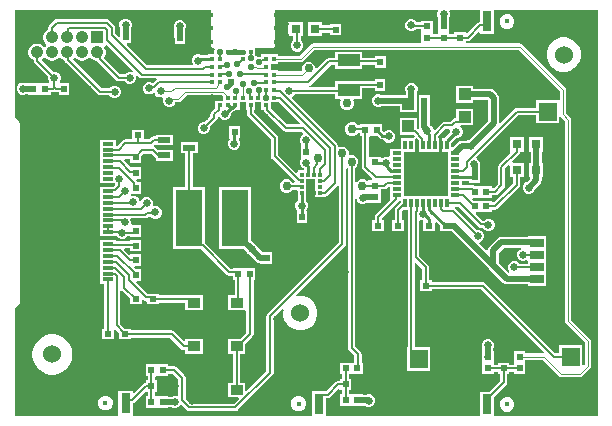
<source format=gtl>
G04*
G04 #@! TF.GenerationSoftware,Altium Limited,Altium Designer,24.3.1 (35)*
G04*
G04 Layer_Physical_Order=1*
G04 Layer_Color=6711008*
%FSLAX44Y44*%
%MOMM*%
G71*
G04*
G04 #@! TF.SameCoordinates,31FC7E56-FDD3-428C-A461-55F7AD2C4BF1*
G04*
G04*
G04 #@! TF.FilePolarity,Positive*
G04*
G01*
G75*
%ADD10C,0.2000*%
%ADD16C,0.2032*%
%ADD17C,0.1200*%
%ADD20R,0.8000X1.7000*%
%ADD21R,0.4000X0.4000*%
%ADD22R,0.5000X0.5000*%
%ADD23R,1.9000X1.1000*%
%ADD24R,0.8000X0.8000*%
%ADD25R,3.6000X3.6000*%
%ADD26R,0.3000X0.8000*%
%ADD27R,0.8000X0.3000*%
%ADD28R,1.0500X0.8500*%
%ADD29R,0.9000X0.3000*%
%ADD30R,1.8000X1.1000*%
%ADD31R,0.3000X0.3500*%
%ADD32R,0.3500X0.3000*%
%ADD33R,2.3000X4.8500*%
%ADD34R,1.0160X1.0160*%
%ADD35R,1.0500X0.5000*%
%ADD36R,1.2000X0.8000*%
%ADD37R,1.2000X0.7600*%
%ADD38R,1.2000X0.7000*%
%ADD66R,0.6000X0.5000*%
%ADD67R,0.5000X0.6000*%
%ADD68C,0.5080*%
%ADD69C,0.2540*%
%ADD70C,0.4000*%
%ADD71C,0.4826*%
%ADD72C,0.1200*%
%ADD73C,1.5750*%
%ADD74R,1.5750X1.5750*%
%ADD75C,0.4250*%
%ADD76C,1.5240*%
%ADD77R,1.0700X1.0700*%
%ADD78C,1.0700*%
%ADD79R,1.5750X1.5750*%
%ADD80C,2.0100*%
%ADD81C,0.6500*%
%ADD82C,0.5500*%
%ADD83C,0.7500*%
G36*
X397000Y336570D02*
X396001Y336371D01*
X395009Y335709D01*
X395009Y335708D01*
X386270Y326970D01*
X385000Y327496D01*
Y327750D01*
X375000D01*
Y326309D01*
X371250D01*
Y327750D01*
X371250Y327750D01*
Y328750D01*
X371250D01*
X371250Y329020D01*
Y337750D01*
X370896D01*
Y340378D01*
X371534Y341919D01*
Y344007D01*
X370845Y345671D01*
X371390Y346941D01*
X397000D01*
Y336570D01*
D02*
G37*
G36*
X496941Y3059D02*
X409000D01*
Y18992D01*
X419231Y29223D01*
X419894Y30216D01*
X420127Y31386D01*
X420127Y31386D01*
Y38698D01*
X422068D01*
Y40135D01*
X425569D01*
Y38688D01*
X435569D01*
Y47688D01*
X435569D01*
Y48689D01*
X435569D01*
Y50538D01*
X450454D01*
X464159Y36832D01*
X464159Y36832D01*
X465019Y36258D01*
X466034Y36056D01*
X466034Y36056D01*
X481899D01*
X481899Y36056D01*
X482914Y36258D01*
X483774Y36832D01*
X490221Y43280D01*
X490796Y44140D01*
X490998Y45155D01*
Y66448D01*
X490796Y67462D01*
X490221Y68322D01*
X490221Y68322D01*
X474163Y84381D01*
Y253904D01*
X474163Y253904D01*
X473961Y254919D01*
X473386Y255779D01*
X473386Y255779D01*
X469828Y259337D01*
Y279205D01*
X469627Y280220D01*
X469052Y281080D01*
X469052Y281080D01*
X432556Y317576D01*
X431696Y318151D01*
X430681Y318353D01*
X430681Y318353D01*
X386105D01*
X385000Y318750D01*
Y320191D01*
X386876D01*
X386876Y320191D01*
X388046Y320424D01*
X389039Y321087D01*
X395827Y327875D01*
X397000Y327389D01*
Y326500D01*
X409000D01*
Y346941D01*
X496941D01*
Y3059D01*
D02*
G37*
G36*
X361724Y345671D02*
X361034Y344007D01*
Y341919D01*
X361638Y340461D01*
Y337750D01*
X361250D01*
Y329020D01*
X361250Y328750D01*
X361250D01*
Y327750D01*
X361250D01*
Y326309D01*
X358398D01*
X357586Y327121D01*
X357500Y327579D01*
Y328750D01*
X357500Y329020D01*
Y337750D01*
X347500D01*
Y336578D01*
X343356D01*
X343279Y336763D01*
X341802Y338240D01*
X339873Y339039D01*
X337784D01*
X335855Y338240D01*
X334378Y336763D01*
X333579Y334834D01*
Y332745D01*
X334378Y330815D01*
X335855Y329338D01*
X337784Y328539D01*
X339873D01*
X341802Y329338D01*
X342925Y330461D01*
X347500D01*
Y329020D01*
X347500Y328750D01*
Y327750D01*
X347500Y327480D01*
Y318750D01*
X346395Y318353D01*
X255845D01*
X255844Y318353D01*
X254830Y318151D01*
X253970Y317576D01*
X244045Y307651D01*
X226500D01*
Y309000D01*
X220000D01*
Y309000D01*
X212000D01*
Y308089D01*
X211086Y307093D01*
X209197D01*
X208861Y306953D01*
X207401Y307723D01*
X207000Y308690D01*
Y314706D01*
X221500D01*
X222281Y314861D01*
X222942Y315303D01*
X223384Y315965D01*
X223539Y316745D01*
Y346750D01*
X223696Y346941D01*
X361179D01*
X361724Y345671D01*
D02*
G37*
G36*
X169461Y346750D02*
Y316745D01*
X169616Y315965D01*
X170058Y315303D01*
X170720Y314861D01*
X171500Y314706D01*
X172312D01*
X172861Y313436D01*
X172250Y311962D01*
Y310072D01*
X172257Y310056D01*
X171551Y309000D01*
X166500D01*
Y308334D01*
X161087D01*
X159397Y309034D01*
X157309D01*
X155379Y308235D01*
X153902Y306758D01*
X153103Y304828D01*
Y302740D01*
X153728Y301232D01*
X153092Y299961D01*
X115173D01*
X97835Y317299D01*
X98321Y318472D01*
X101579D01*
Y322824D01*
X101707Y323472D01*
Y323892D01*
X101611Y324380D01*
Y331412D01*
X102250Y332956D01*
Y335044D01*
X101451Y336974D01*
X99974Y338451D01*
X98044Y339250D01*
X95956D01*
X94026Y338451D01*
X92549Y336974D01*
X91750Y335044D01*
Y332956D01*
X92353Y331501D01*
Y324578D01*
X91083Y324052D01*
X88187Y326947D01*
Y331722D01*
X88187Y331722D01*
X87955Y332892D01*
X87291Y333885D01*
X87291Y333885D01*
X83191Y337985D01*
X82198Y338648D01*
X81028Y338881D01*
X81028Y338881D01*
X38792D01*
X37622Y338648D01*
X36630Y337985D01*
X36630Y337985D01*
X32516Y333871D01*
X31853Y332879D01*
X31620Y331708D01*
X31620Y331708D01*
Y330193D01*
X30166Y329354D01*
X28797Y327985D01*
X27829Y326309D01*
X27329Y324440D01*
Y322505D01*
X27829Y320635D01*
X28797Y318959D01*
X29830Y317927D01*
X30042Y317122D01*
X29830Y316318D01*
X29133Y315621D01*
X28328Y315409D01*
X27524Y315621D01*
X26491Y316654D01*
X24815Y317621D01*
X22946Y318122D01*
X21011D01*
X19141Y317621D01*
X17465Y316654D01*
X16097Y315285D01*
X15129Y313609D01*
X14628Y311740D01*
Y309805D01*
X15129Y307935D01*
X16097Y306259D01*
X17465Y304891D01*
X19141Y303923D01*
X19347Y303868D01*
Y303594D01*
X19347Y303594D01*
X19580Y302423D01*
X20243Y301431D01*
X31500Y290174D01*
Y288206D01*
X32299Y286276D01*
X32305Y286270D01*
X31779Y285000D01*
X24770D01*
X24500Y285000D01*
X23500D01*
X23230Y285000D01*
X14500D01*
Y284629D01*
X12544D01*
X11044Y285250D01*
X8956D01*
X7026Y284451D01*
X5549Y282974D01*
X4750Y281044D01*
Y278956D01*
X5549Y277026D01*
X7026Y275549D01*
X8956Y274750D01*
X11044D01*
X12544Y275371D01*
X14500D01*
Y275000D01*
X23230D01*
X23500Y275000D01*
X24500D01*
X24770Y275000D01*
X33500D01*
Y276941D01*
X35578D01*
X35578Y276941D01*
X36749Y277174D01*
X36750Y277175D01*
X36751Y277174D01*
X37922Y276941D01*
X37922Y276941D01*
X40500D01*
Y275000D01*
X49500D01*
Y285000D01*
X41721D01*
X41195Y286270D01*
X41201Y286276D01*
X42000Y288206D01*
Y290294D01*
X41201Y292224D01*
X39724Y293701D01*
X37794Y294500D01*
X35826D01*
X26369Y303957D01*
X26492Y304891D01*
X27524Y305924D01*
X28328Y306136D01*
X29133Y305924D01*
X30166Y304891D01*
X31841Y303923D01*
X33711Y303422D01*
X35646D01*
X37515Y303923D01*
X39192Y304891D01*
X40224Y305924D01*
X41028Y306136D01*
X41833Y305924D01*
X42866Y304891D01*
X44542Y303923D01*
X45702Y303612D01*
X45813Y303054D01*
X46476Y302062D01*
X73270Y275268D01*
X74263Y274604D01*
X75433Y274372D01*
X75433Y274372D01*
X83403D01*
X84795Y272980D01*
X86724Y272180D01*
X88813D01*
X90742Y272980D01*
X92219Y274457D01*
X93019Y276386D01*
Y278475D01*
X92219Y280404D01*
X90742Y281881D01*
X88813Y282680D01*
X86724D01*
X84795Y281881D01*
X83403Y280489D01*
X76700D01*
X52375Y304814D01*
X53033Y305952D01*
X53728Y306136D01*
X54533Y305924D01*
X55566Y304891D01*
X57242Y303923D01*
X59111Y303422D01*
X61046D01*
X62916Y303923D01*
X64591Y304891D01*
X65624Y305924D01*
X66428Y306136D01*
X67233Y305924D01*
X68266Y304891D01*
X69942Y303923D01*
X71811Y303422D01*
X72749D01*
X72944Y303130D01*
X88939Y287136D01*
X89931Y286473D01*
X91101Y286240D01*
X91102Y286240D01*
X96381D01*
X97773Y284848D01*
X99702Y284049D01*
X101791D01*
X103721Y284848D01*
X105197Y286325D01*
X105997Y288254D01*
Y290343D01*
X105772Y290887D01*
X106848Y291606D01*
X108617Y289837D01*
X108617Y289837D01*
X109609Y289174D01*
X110780Y288941D01*
X110780Y288941D01*
X122840D01*
X123225Y287671D01*
X123213Y287663D01*
X120174Y284624D01*
X119962Y284835D01*
X118032Y285635D01*
X115943D01*
X114014Y284835D01*
X112537Y283359D01*
X111738Y281429D01*
Y279340D01*
X112537Y277411D01*
X114014Y275934D01*
X115943Y275135D01*
X118032D01*
X119962Y275934D01*
X120346Y276319D01*
X121845Y276021D01*
X122312Y274893D01*
X123789Y273416D01*
X125718Y272617D01*
X127807D01*
X128141Y272755D01*
X129113Y271783D01*
X128807Y271046D01*
Y268958D01*
X129607Y267028D01*
X131083Y265551D01*
X133013Y264752D01*
X135102D01*
X137031Y265551D01*
X138508Y267028D01*
X139062Y268365D01*
X141056D01*
X141056Y268365D01*
X142071Y268567D01*
X142931Y269141D01*
X148707Y274918D01*
X178511D01*
X179449Y273979D01*
Y273900D01*
X179449Y273900D01*
X179500Y273644D01*
Y270000D01*
X173000D01*
Y265296D01*
X172941Y265000D01*
X172941Y265000D01*
Y263676D01*
X169637Y260372D01*
X168974Y259379D01*
X168741Y258209D01*
X168741Y258209D01*
Y256551D01*
X164149Y251959D01*
X162180D01*
X160251Y251160D01*
X158774Y249683D01*
X157975Y247753D01*
Y245665D01*
X158774Y243735D01*
X160251Y242258D01*
X162180Y241459D01*
X164269D01*
X166199Y242258D01*
X167675Y243735D01*
X168475Y245665D01*
Y247633D01*
X173962Y253121D01*
X173962Y253121D01*
X174626Y254113D01*
X174858Y255284D01*
X174858Y255284D01*
Y255913D01*
X175127Y256124D01*
X176658Y255726D01*
X176664Y255711D01*
X178141Y254234D01*
X180070Y253435D01*
X182159D01*
X184088Y254234D01*
X185565Y255711D01*
X186365Y257641D01*
Y259173D01*
X187931Y260740D01*
X188443Y260842D01*
X189524Y261565D01*
X189960Y262000D01*
X194000D01*
Y268500D01*
X199000D01*
Y262000D01*
X199941D01*
Y258715D01*
X199941Y258714D01*
X200174Y257544D01*
X200837Y256551D01*
X220313Y237076D01*
Y222702D01*
X220313Y222702D01*
X220546Y221532D01*
X221209Y220539D01*
X240239Y201509D01*
X239753Y200336D01*
X238369D01*
X238171Y200814D01*
X236553Y202432D01*
X234440Y203307D01*
X232153D01*
X230039Y202432D01*
X228422Y200814D01*
X227546Y198701D01*
Y196414D01*
X228422Y194300D01*
X230039Y192683D01*
X232153Y191807D01*
X234440D01*
X236553Y192683D01*
X238089Y194218D01*
X242320D01*
Y193496D01*
X242820D01*
Y187996D01*
X242873D01*
Y185157D01*
X241662Y183946D01*
X240863Y182016D01*
Y179927D01*
X241662Y177998D01*
X242055Y177604D01*
X241805Y176334D01*
X241805D01*
Y166334D01*
X250805D01*
Y176334D01*
X250696D01*
X250170Y177604D01*
X250564Y177998D01*
X251363Y179927D01*
Y182016D01*
X250564Y183946D01*
X249541Y184968D01*
Y187996D01*
X249820D01*
Y193496D01*
Y203496D01*
X257820D01*
Y198496D01*
Y187996D01*
X264820D01*
Y187996D01*
X265821Y188687D01*
X266991Y188920D01*
X267983Y189583D01*
X276135Y197735D01*
X277081Y197480D01*
X277405Y197252D01*
Y149862D01*
X217087Y89545D01*
X216424Y88552D01*
X216191Y87382D01*
X216191Y87381D01*
Y40774D01*
X199423Y24007D01*
X198250Y24492D01*
Y31250D01*
X194059D01*
Y55750D01*
X198250D01*
Y63924D01*
X204488Y70162D01*
X204488Y70162D01*
X205151Y71155D01*
X205384Y72325D01*
X205384Y72325D01*
Y117929D01*
X206825D01*
Y127929D01*
X198095D01*
X197825Y127929D01*
X196825D01*
X196555Y127929D01*
X187825D01*
Y127785D01*
X186229D01*
X164500Y149515D01*
Y197000D01*
X153839D01*
Y225613D01*
X158030D01*
Y234613D01*
X143530D01*
Y225613D01*
X147721D01*
Y197000D01*
X137500D01*
Y144500D01*
X160863D01*
X182799Y122564D01*
X183792Y121901D01*
X184962Y121668D01*
X187825D01*
Y117929D01*
X189266D01*
Y105250D01*
X183750D01*
Y92750D01*
X197996D01*
X198250Y92750D01*
X199266Y92138D01*
Y73592D01*
X193924Y68250D01*
X183750D01*
Y55750D01*
X187941D01*
Y31250D01*
X183750D01*
Y18750D01*
X192507D01*
X192994Y17577D01*
X188658Y13241D01*
X152123D01*
X147780Y17585D01*
Y35340D01*
X147780Y35340D01*
X147547Y36511D01*
X146884Y37503D01*
X140347Y44040D01*
X139355Y44703D01*
X138184Y44935D01*
X138184Y44935D01*
X133311D01*
Y46877D01*
X124581D01*
X124311Y46877D01*
X123311D01*
X123041Y46877D01*
X114311D01*
Y36877D01*
X115752D01*
Y33377D01*
X114311D01*
Y31421D01*
X113215Y31203D01*
X112223Y30540D01*
X104173Y22490D01*
X103000Y22976D01*
Y24500D01*
X91000D01*
Y4329D01*
X91000Y3500D01*
X89913Y3059D01*
X3059D01*
Y93733D01*
X7163Y97837D01*
X7826Y98829D01*
X8059Y100000D01*
X8059Y100000D01*
Y250000D01*
X8059Y250000D01*
X7826Y251170D01*
X7163Y252163D01*
X7163Y252163D01*
X3059Y256267D01*
Y346941D01*
X169304D01*
X169461Y346750D01*
D02*
G37*
G36*
X464527Y278107D02*
Y271514D01*
X464201Y270379D01*
X444451D01*
Y263563D01*
X428372D01*
X428372Y263563D01*
X427202Y263330D01*
X426209Y262667D01*
X426209Y262667D01*
X414429Y250886D01*
X413227Y251481D01*
Y272293D01*
X412875Y274064D01*
X411871Y275566D01*
X411871Y275566D01*
X408895Y278542D01*
X407394Y279545D01*
X405622Y279897D01*
X405622Y279897D01*
X399509D01*
X399213Y279956D01*
X399213Y279956D01*
X391184D01*
Y282407D01*
X377024D01*
Y268247D01*
X391184D01*
Y270698D01*
X398976D01*
X399272Y270639D01*
X399272Y270640D01*
X403705D01*
X403969Y270375D01*
Y252968D01*
X387823Y236822D01*
X386324Y236201D01*
X386231Y236108D01*
X381647D01*
X381646Y236108D01*
X379875Y235756D01*
X378373Y234752D01*
X378373Y234752D01*
X374297Y230676D01*
X374028Y230623D01*
X373569Y230316D01*
X372299Y230995D01*
Y232214D01*
X372363Y232536D01*
Y234088D01*
X376540Y238265D01*
X378120D01*
X380049Y239065D01*
X381526Y240542D01*
X382325Y242471D01*
Y244560D01*
X381526Y246489D01*
X380313Y247703D01*
X380314Y247932D01*
X380572Y248829D01*
X380676Y248999D01*
X391184D01*
Y263159D01*
X377024D01*
Y255058D01*
X376024D01*
X374854Y254825D01*
X373862Y254162D01*
X373862Y254162D01*
X371712Y252012D01*
X366851D01*
X366851Y252013D01*
X365680Y251780D01*
X364688Y251117D01*
X358972Y245401D01*
X357623Y245848D01*
X357000Y247353D01*
X355523Y248830D01*
X354679Y249179D01*
X354589Y249269D01*
Y256670D01*
X354590Y256671D01*
X354572Y256756D01*
Y269627D01*
X354572Y269627D01*
X354426Y270361D01*
Y274644D01*
X345426D01*
Y270292D01*
X345298Y269644D01*
X345314Y269558D01*
Y256688D01*
X345314Y256688D01*
X345331Y256602D01*
Y247352D01*
X345331Y247352D01*
X345509Y246460D01*
X344338Y245835D01*
X343834Y246339D01*
X343396Y246632D01*
Y255337D01*
X329236D01*
Y241177D01*
X340101D01*
X340396Y241118D01*
X340404D01*
X341946Y239576D01*
X341420Y238306D01*
X330299D01*
Y228806D01*
X320799D01*
Y222698D01*
X319529Y221850D01*
X318629Y222223D01*
X316540D01*
X314610Y221423D01*
X314270Y221083D01*
X313000Y221455D01*
Y222500D01*
X303098D01*
Y239502D01*
X303910Y240314D01*
X304368Y240400D01*
X305539D01*
X305809Y240400D01*
X309824D01*
X312182Y238041D01*
X313264Y237318D01*
X314540Y237065D01*
X315281D01*
X315446Y236667D01*
X316923Y235190D01*
X318853Y234391D01*
X320941D01*
X322871Y235190D01*
X324347Y236667D01*
X325147Y238597D01*
Y240685D01*
X324347Y242615D01*
X322871Y244092D01*
X320941Y244891D01*
X318853D01*
X316923Y244092D01*
X316564Y243733D01*
X315921D01*
X314539Y245115D01*
Y250400D01*
X305809D01*
X305539Y250400D01*
X304539D01*
X304269Y250400D01*
X295539D01*
Y249010D01*
X293880D01*
X293797Y249209D01*
X292180Y250826D01*
X290067Y251701D01*
X287779D01*
X285666Y250826D01*
X284048Y249209D01*
X283173Y247095D01*
Y244808D01*
X284048Y242694D01*
X285666Y241077D01*
X287779Y240201D01*
X290067D01*
X292180Y241077D01*
X293797Y242694D01*
X293880Y242893D01*
X295539D01*
Y240400D01*
X296980D01*
Y214091D01*
X296980Y214091D01*
X297213Y212921D01*
X297876Y211929D01*
X306035Y203770D01*
X305508Y202500D01*
X303000D01*
Y202334D01*
X301730Y201808D01*
X300786Y202752D01*
X298673Y203627D01*
X296385D01*
X294272Y202752D01*
X292669Y201149D01*
X292583Y201151D01*
X291399Y201423D01*
Y213147D01*
X291598Y213229D01*
X293215Y214846D01*
X294091Y216960D01*
Y219247D01*
X293215Y221360D01*
X291598Y222978D01*
X289484Y223853D01*
X287387D01*
X287145Y223905D01*
X286213Y224821D01*
Y226390D01*
X285338Y228503D01*
X283721Y230121D01*
X281607Y230996D01*
X279320D01*
X278328Y230585D01*
X277591Y231078D01*
X277242Y231510D01*
X277040Y232526D01*
X276376Y233518D01*
X276376Y233518D01*
X237834Y272061D01*
X238081Y273307D01*
X238672Y273551D01*
X240149Y275028D01*
X240248Y275266D01*
X274500D01*
Y271500D01*
X278557D01*
X279354Y270230D01*
X278767Y268812D01*
Y266525D01*
X279643Y264412D01*
X281260Y262794D01*
X283374Y261919D01*
X285661D01*
X287774Y262794D01*
X289392Y264412D01*
X290267Y266525D01*
Y268812D01*
X289680Y270230D01*
X290477Y271500D01*
X297500D01*
Y280415D01*
X307803D01*
Y278474D01*
X316803D01*
Y288474D01*
X307803D01*
Y286533D01*
X291459D01*
X291459Y286533D01*
X291293Y286500D01*
X274500D01*
Y281384D01*
X252783D01*
X252658Y282654D01*
X252760Y282674D01*
X253752Y283337D01*
X270606Y300190D01*
X274500D01*
Y296500D01*
X297500D01*
Y300056D01*
X308151D01*
Y297872D01*
X317151D01*
Y307872D01*
X308151D01*
Y306173D01*
X297500D01*
Y311500D01*
X274500D01*
Y306308D01*
X269339D01*
X268168Y306075D01*
X267176Y305412D01*
X267176Y305412D01*
X258999Y297235D01*
X257729Y297761D01*
Y298324D01*
X256853Y300438D01*
X255236Y302055D01*
X253122Y302931D01*
X250835D01*
X248722Y302055D01*
X247104Y300438D01*
X246229Y298324D01*
Y296037D01*
X246396Y295633D01*
X245600Y294651D01*
X226500D01*
Y296000D01*
X220000D01*
Y301000D01*
X226500D01*
Y302349D01*
X245143D01*
X245143Y302349D01*
X246157Y302551D01*
X247017Y303125D01*
X256943Y313051D01*
X429583D01*
X464527Y278107D01*
D02*
G37*
G36*
X103054Y295400D02*
X102335Y294324D01*
X101791Y294549D01*
X99702D01*
X97773Y293749D01*
X96381Y292358D01*
X92368D01*
X78563Y306163D01*
X78660Y306259D01*
X79628Y307935D01*
X80128Y309805D01*
Y311740D01*
X79628Y313609D01*
X78910Y314852D01*
X79497Y316122D01*
X80128D01*
Y316666D01*
X81302Y317152D01*
X103054Y295400D01*
D02*
G37*
G36*
X226500Y268500D02*
Y268500D01*
X227576Y268010D01*
X244630Y250957D01*
X244144Y249783D01*
X233871D01*
X220059Y263596D01*
Y265000D01*
X220059Y265000D01*
X220000Y265296D01*
Y268500D01*
X226500D01*
X226500Y268500D01*
D02*
G37*
G36*
X371941Y244839D02*
X371825Y244560D01*
Y242981D01*
X367151Y238306D01*
X365299D01*
Y226306D01*
X369799D01*
Y221806D01*
Y211806D01*
Y201806D01*
Y189306D01*
X332799D01*
Y196806D01*
Y206806D01*
Y216806D01*
Y226306D01*
X342299D01*
Y237427D01*
X343569Y237953D01*
X345240Y236282D01*
Y232806D01*
X345240Y232806D01*
X345299Y232510D01*
Y226306D01*
X362299D01*
Y238306D01*
X361858D01*
Y239635D01*
X368117Y245895D01*
X371235D01*
X371941Y244839D01*
D02*
G37*
G36*
X212000Y262000D02*
X214007D01*
X214174Y261158D01*
X214837Y260166D01*
X230441Y244562D01*
X230441Y244562D01*
X231434Y243899D01*
X232604Y243666D01*
X246264D01*
X247532Y242398D01*
X247284Y241152D01*
X246693Y240907D01*
X245216Y239431D01*
X244417Y237501D01*
Y235412D01*
X245216Y233483D01*
X245973Y232726D01*
X245480Y231456D01*
X245143D01*
Y221456D01*
X245143Y221456D01*
X245399Y220186D01*
X244687Y218468D01*
Y216380D01*
X245486Y214450D01*
X246963Y212973D01*
X247986Y212550D01*
Y210996D01*
X242820D01*
Y209239D01*
X241647Y208753D01*
X226431Y223969D01*
Y238343D01*
X226198Y239513D01*
X225535Y240506D01*
X225535Y240506D01*
X206059Y259981D01*
Y262000D01*
X207000D01*
Y268500D01*
X212000D01*
Y262000D01*
D02*
G37*
G36*
X320799Y197150D02*
Y186806D01*
X320799D01*
X321113Y186048D01*
X308837Y173772D01*
X308174Y172779D01*
X307941Y171609D01*
X307941Y171609D01*
Y168500D01*
X306000D01*
Y159500D01*
X316000D01*
Y168500D01*
X314059D01*
Y170342D01*
X328531Y184815D01*
X329029Y185559D01*
X330299Y185346D01*
Y184132D01*
X325837Y179670D01*
X325174Y178677D01*
X324941Y177507D01*
X324941Y177507D01*
Y168500D01*
X323000D01*
Y159500D01*
X333000D01*
Y168500D01*
X331059D01*
Y176240D01*
X332125Y177306D01*
X335740D01*
Y61039D01*
X335388D01*
Y41289D01*
X355138D01*
Y61039D01*
X341858D01*
Y132096D01*
X343031Y132582D01*
X348038Y127575D01*
Y117671D01*
X346097D01*
Y108671D01*
X356097D01*
Y110113D01*
X397987D01*
X450990Y57109D01*
X450464Y55839D01*
X435569D01*
Y57688D01*
X425569D01*
Y48689D01*
X425569D01*
Y47688D01*
X425569D01*
Y46252D01*
X422068D01*
Y47698D01*
X412068D01*
Y46257D01*
X409467D01*
X408655Y47069D01*
X408568Y47527D01*
Y48698D01*
X408568Y48968D01*
Y57698D01*
X408198D01*
Y59813D01*
X408943Y61614D01*
Y63703D01*
X408144Y65632D01*
X406667Y67109D01*
X404738Y67908D01*
X402649D01*
X400720Y67109D01*
X399243Y65632D01*
X398443Y63703D01*
Y61614D01*
X398940Y60416D01*
Y57698D01*
X398568D01*
Y48968D01*
X398568Y48698D01*
Y47698D01*
X398568Y47428D01*
Y38698D01*
X408568D01*
Y40139D01*
X412068D01*
Y38698D01*
X414010D01*
Y32653D01*
X404674Y23318D01*
X397000D01*
Y3059D01*
X266589D01*
Y17865D01*
X268299D01*
X268299Y17865D01*
X269470Y18097D01*
X270462Y18760D01*
X277481Y25779D01*
X278751Y25253D01*
Y24665D01*
X280192D01*
Y21165D01*
X278751D01*
Y11165D01*
X287481D01*
X287751Y11165D01*
X288751D01*
X289021Y11165D01*
X297751D01*
Y11536D01*
X299865D01*
X301667Y10790D01*
X303755D01*
X305685Y11589D01*
X307162Y13066D01*
X307961Y14995D01*
Y17084D01*
X307162Y19014D01*
X305685Y20490D01*
X303755Y21290D01*
X301667D01*
X300469Y20794D01*
X297751D01*
Y21165D01*
X289021D01*
X288751Y21165D01*
X287751D01*
X287580Y21165D01*
X286310Y21403D01*
Y24665D01*
X287751D01*
Y34665D01*
X286310D01*
Y38165D01*
X287751D01*
Y38165D01*
X288751D01*
Y38165D01*
X297751D01*
Y48165D01*
X296926D01*
Y55131D01*
X296694Y56302D01*
X296031Y57294D01*
X291399Y61925D01*
Y186265D01*
X292669Y186518D01*
X293323Y184939D01*
X294800Y183462D01*
X296730Y182663D01*
X298818D01*
X300736Y183457D01*
X307527D01*
X307743Y183500D01*
X313000D01*
Y192500D01*
X313000D01*
Y193500D01*
X313000D01*
Y194941D01*
X315996D01*
X315996Y194941D01*
X317167Y195174D01*
X318159Y195837D01*
X319529Y197207D01*
X320799Y197150D01*
D02*
G37*
G36*
X422174Y214576D02*
Y205268D01*
X425116D01*
Y200054D01*
X408773Y183711D01*
X407049D01*
Y185306D01*
X398319D01*
X398049Y185306D01*
X397049D01*
X396779Y185306D01*
X391898D01*
X390571Y186633D01*
X391057Y187806D01*
X396779D01*
X397049Y187806D01*
X398049D01*
X398319Y187806D01*
X407049D01*
Y189747D01*
X409916D01*
X409917Y189747D01*
X411087Y189980D01*
X412080Y190643D01*
X417354Y195917D01*
X417354Y195917D01*
X418017Y196909D01*
X418250Y198080D01*
X418250Y198080D01*
Y212310D01*
X421001Y215062D01*
X422174Y214576D01*
D02*
G37*
G36*
X444451Y250629D02*
X464201D01*
Y255728D01*
X464793Y256069D01*
X465471Y256196D01*
X468861Y252806D01*
Y83283D01*
X468861Y83283D01*
X469063Y82268D01*
X469637Y81408D01*
X485696Y65350D01*
Y46450D01*
X485022Y45912D01*
X483792Y46458D01*
Y62705D01*
X464042D01*
Y55889D01*
X460862D01*
X401417Y115334D01*
X400424Y115997D01*
X399254Y116230D01*
X399254Y116230D01*
X356097D01*
Y117671D01*
X354156D01*
Y128842D01*
X353923Y130012D01*
X353260Y131005D01*
X353260Y131005D01*
X345858Y138407D01*
Y168011D01*
X347128Y168860D01*
X348000Y168498D01*
X349000D01*
Y159500D01*
X359000D01*
Y166626D01*
X360173Y167112D01*
X363000Y164285D01*
Y159500D01*
X367352D01*
X368000Y159371D01*
X373015D01*
X373086Y159266D01*
X404930Y127422D01*
X404930Y127422D01*
X416569Y115782D01*
X418071Y114779D01*
X419842Y114427D01*
X419842Y114427D01*
X437402D01*
Y113256D01*
X453402D01*
Y123756D01*
Y133756D01*
Y143656D01*
Y155255D01*
X437402D01*
Y154706D01*
X428265D01*
X428265Y154706D01*
X428265Y154706D01*
X415209D01*
X415209Y154706D01*
X413438Y154354D01*
X411936Y153350D01*
X411936Y153350D01*
X404930Y146344D01*
X403926Y144843D01*
X403673Y143568D01*
X402383Y143067D01*
X402377Y143067D01*
X396526Y148918D01*
X396952Y150288D01*
X398406Y150891D01*
X399883Y152367D01*
X400682Y154297D01*
Y156385D01*
X399883Y158315D01*
X398406Y159792D01*
X396476Y160591D01*
X394508D01*
X376630Y178469D01*
X375869Y178977D01*
X376026Y180110D01*
X376081Y180247D01*
X378539D01*
X395853Y162934D01*
X395853Y162934D01*
X396845Y162271D01*
X398016Y162038D01*
X398016Y162038D01*
X399679D01*
X399815Y161711D01*
X401292Y160234D01*
X403221Y159435D01*
X405310D01*
X407240Y160234D01*
X408717Y161711D01*
X409516Y163640D01*
Y165729D01*
X408717Y167659D01*
X407240Y169135D01*
X405310Y169935D01*
X403221D01*
X401292Y169135D01*
X400482Y168326D01*
X399112D01*
X393306Y174133D01*
X393792Y175306D01*
X396779D01*
X397049Y175306D01*
X398049D01*
X398319Y175306D01*
X407049D01*
Y177594D01*
X410039D01*
X410039Y177594D01*
X411210Y177827D01*
X412202Y178490D01*
X430337Y196625D01*
X430337Y196625D01*
X431000Y197617D01*
X431233Y198787D01*
Y205268D01*
X434174D01*
Y217269D01*
X424867D01*
X424381Y218442D01*
X430349Y224410D01*
X431012Y225402D01*
X431245Y226572D01*
X432486Y226797D01*
X434186D01*
Y238797D01*
X422186D01*
Y226797D01*
X422425D01*
X422911Y225624D01*
X413028Y215740D01*
X412365Y214748D01*
X412132Y213577D01*
X412132Y213577D01*
Y199347D01*
X408650Y195865D01*
X407049D01*
Y197806D01*
X398319D01*
X398049Y197806D01*
X397049D01*
X396779Y197806D01*
X392236D01*
X391726Y198147D01*
X390549Y198381D01*
X390549Y198381D01*
X381799D01*
Y201972D01*
X388049D01*
Y200306D01*
X397049D01*
Y204521D01*
X397212Y205340D01*
X397178Y205511D01*
Y214782D01*
X397250Y214956D01*
Y217044D01*
X396451Y218974D01*
X394974Y220451D01*
X394383Y220695D01*
X394135Y221941D01*
X429639Y257445D01*
X444451D01*
Y250629D01*
D02*
G37*
G36*
X428265Y145448D02*
X431563D01*
X431815Y144178D01*
X430659Y143699D01*
X429182Y142222D01*
X428383Y140293D01*
Y138204D01*
X429182Y136274D01*
X430659Y134798D01*
X432588Y133998D01*
X434677D01*
X436132Y134601D01*
X437402Y133934D01*
Y131959D01*
X430498D01*
X429106Y133351D01*
X427177Y134150D01*
X425088D01*
X423158Y133351D01*
X421682Y131874D01*
X420882Y129944D01*
Y127856D01*
X421682Y125926D01*
X421772Y125836D01*
X421354Y124458D01*
X421048Y124397D01*
X412832Y132612D01*
Y141154D01*
X417126Y145448D01*
X428265D01*
X428265Y145448D01*
D02*
G37*
G36*
X285282Y212544D02*
Y60658D01*
X285282Y60658D01*
X285515Y59488D01*
X286178Y58495D01*
X290809Y53864D01*
Y48165D01*
X288751D01*
Y48165D01*
X287751D01*
Y48165D01*
X278751D01*
Y38165D01*
X280192D01*
Y34665D01*
X278751D01*
Y32723D01*
X277041D01*
X277040Y32723D01*
X275870Y32491D01*
X274878Y31827D01*
X274877Y31827D01*
X267032Y23982D01*
X263589D01*
X263293Y23923D01*
X254589D01*
Y3059D01*
X104087D01*
X103000Y3500D01*
X103000Y4329D01*
Y13795D01*
X103999Y13993D01*
X104991Y14656D01*
X113223Y22889D01*
X114311Y23377D01*
Y23377D01*
X114311Y23377D01*
X115752D01*
Y19877D01*
X114311D01*
Y9877D01*
X123041D01*
X123311Y9877D01*
X124311D01*
X124581Y9877D01*
X133311D01*
Y10123D01*
X135716D01*
X137517Y9377D01*
X139606D01*
X141535Y10176D01*
X143012Y11653D01*
X143174Y12045D01*
X144420Y12293D01*
X148693Y8020D01*
X148693Y8020D01*
X149686Y7357D01*
X150856Y7124D01*
X189925D01*
X189925Y7124D01*
X191096Y7357D01*
X192088Y8020D01*
X221413Y37344D01*
X221413Y37344D01*
X222076Y38337D01*
X222309Y39507D01*
Y86115D01*
X229643Y93448D01*
X230742Y92814D01*
X230500Y91909D01*
Y88091D01*
X231488Y84403D01*
X233397Y81097D01*
X236097Y78397D01*
X239403Y76488D01*
X243091Y75500D01*
X246909D01*
X250597Y76488D01*
X253903Y78397D01*
X256603Y81097D01*
X258512Y84403D01*
X259500Y88091D01*
Y91909D01*
X258512Y95597D01*
X256603Y98903D01*
X253903Y101603D01*
X250597Y103512D01*
X246909Y104500D01*
X243091D01*
X242187Y104258D01*
X241551Y105358D01*
X282626Y146432D01*
X282626Y146432D01*
X283290Y147425D01*
X283522Y148595D01*
Y212229D01*
X284792Y212888D01*
X285282Y212544D01*
D02*
G37*
G36*
X141662Y34073D02*
Y20399D01*
X140392Y19551D01*
X139606Y19877D01*
X137517D01*
X136319Y19381D01*
X133311D01*
Y19877D01*
X124581D01*
X124311Y19877D01*
X123311D01*
X123140Y19877D01*
X121870Y20115D01*
Y23377D01*
X123311D01*
Y33377D01*
X121870D01*
Y35979D01*
X122682Y36791D01*
X123140Y36877D01*
X124311D01*
X124581Y36877D01*
X133311D01*
Y38818D01*
X136917D01*
X141662Y34073D01*
D02*
G37*
%LPC*%
G36*
X421243Y343250D02*
X418757D01*
X416460Y342299D01*
X414701Y340540D01*
X413750Y338243D01*
Y335757D01*
X414701Y333460D01*
X416460Y331702D01*
X418757Y330750D01*
X421243D01*
X423540Y331702D01*
X425299Y333460D01*
X426250Y335757D01*
Y338243D01*
X425299Y340540D01*
X423540Y342299D01*
X421243Y343250D01*
D02*
G37*
G36*
X469895Y323405D02*
X466077D01*
X462389Y322416D01*
X459083Y320508D01*
X456383Y317808D01*
X454474Y314501D01*
X453486Y310814D01*
Y306996D01*
X454474Y303308D01*
X456383Y300002D01*
X459083Y297302D01*
X462389Y295393D01*
X466077Y294405D01*
X469895D01*
X473583Y295393D01*
X476889Y297302D01*
X479589Y300002D01*
X481498Y303308D01*
X482486Y306996D01*
Y310814D01*
X481498Y314501D01*
X479589Y317808D01*
X476889Y320508D01*
X473583Y322416D01*
X469895Y323405D01*
D02*
G37*
G36*
X421243Y19068D02*
X418757D01*
X416460Y18116D01*
X414701Y16358D01*
X413750Y14061D01*
Y11575D01*
X414701Y9277D01*
X416460Y7519D01*
X418757Y6568D01*
X421243D01*
X423540Y7519D01*
X425298Y9277D01*
X426250Y11575D01*
Y14061D01*
X425298Y16358D01*
X423540Y18116D01*
X421243Y19068D01*
D02*
G37*
G36*
X263448Y336509D02*
X251448D01*
Y324509D01*
X263448D01*
Y327451D01*
X270302D01*
Y325137D01*
X279302D01*
Y335137D01*
X270302D01*
Y333568D01*
X263448D01*
Y336509D01*
D02*
G37*
G36*
X246948D02*
X234948D01*
Y324509D01*
X239145D01*
Y320981D01*
X237753Y319589D01*
X236954Y317659D01*
Y315571D01*
X237753Y313641D01*
X239230Y312164D01*
X241160Y311365D01*
X243249D01*
X245178Y312164D01*
X246655Y313641D01*
X247454Y315571D01*
Y317659D01*
X246655Y319589D01*
X245263Y320981D01*
Y324509D01*
X246948D01*
Y336509D01*
D02*
G37*
G36*
X144044Y338250D02*
X141956D01*
X140026Y337451D01*
X138549Y335974D01*
X137750Y334044D01*
Y331956D01*
X138371Y330456D01*
Y323090D01*
X138481Y322539D01*
Y318071D01*
X147481D01*
Y322345D01*
X147629Y323090D01*
Y330456D01*
X148250Y331956D01*
Y334044D01*
X147451Y335974D01*
X145974Y337451D01*
X144044Y338250D01*
D02*
G37*
G36*
X112259Y245368D02*
X102259D01*
Y237113D01*
X96655D01*
X95484Y236880D01*
X94492Y236217D01*
X89833Y231559D01*
X88500D01*
Y237000D01*
X75500D01*
Y230000D01*
Y220000D01*
Y210000D01*
Y200000D01*
X88051D01*
Y198634D01*
X86476Y197059D01*
X82500D01*
X82500Y197059D01*
X82204Y197000D01*
X75500D01*
Y185000D01*
Y175000D01*
Y165000D01*
Y155000D01*
X88500D01*
Y155251D01*
X89754D01*
X89798Y155145D01*
X91275Y153668D01*
X93205Y152869D01*
X95293D01*
X97223Y153668D01*
X98615Y155060D01*
X101000D01*
Y154750D01*
X110000D01*
Y164750D01*
X102341D01*
X101493Y166020D01*
X101518Y166080D01*
Y168169D01*
X101103Y169171D01*
X101951Y170441D01*
X113661D01*
X113661Y170441D01*
X114831Y170674D01*
X115824Y171337D01*
X116240Y171754D01*
X118354D01*
X119249Y170858D01*
X121179Y170059D01*
X123268D01*
X125197Y170858D01*
X126674Y172335D01*
X127473Y174265D01*
Y176353D01*
X126674Y178283D01*
X125197Y179760D01*
X123268Y180559D01*
X121179D01*
X120682Y180353D01*
X119710Y181325D01*
X120000Y182025D01*
Y184114D01*
X119201Y186044D01*
X117724Y187521D01*
X115794Y188320D01*
X113706D01*
X111776Y187521D01*
X110299Y186044D01*
X110024Y185380D01*
X109462Y185341D01*
X108702Y185506D01*
X107990Y187224D01*
X106514Y188701D01*
X104584Y189500D01*
X102495D01*
X102285Y189413D01*
X101370Y190409D01*
X101677Y191000D01*
X110000D01*
Y201000D01*
X107039D01*
X106935Y201522D01*
X106272Y202514D01*
X105960Y202827D01*
X106446Y204000D01*
X110000D01*
Y214000D01*
X101219D01*
X95951Y219268D01*
X96437Y220441D01*
X101000D01*
Y217000D01*
X110000D01*
Y222674D01*
X112267Y224941D01*
X118983D01*
X122474Y221450D01*
X122530Y221413D01*
Y219113D01*
X137030D01*
Y228113D01*
X124463D01*
X122413Y230163D01*
X121678Y230654D01*
X121433Y231673D01*
X121439Y232015D01*
X122530Y232113D01*
Y232113D01*
X137030D01*
Y241113D01*
X122530D01*
Y239672D01*
X120724D01*
X119554Y239439D01*
X118561Y238776D01*
X116899Y237113D01*
X112259D01*
Y245368D01*
D02*
G37*
G36*
X193783Y248470D02*
X184783D01*
Y238470D01*
X184783D01*
X185303Y237199D01*
X184527Y236423D01*
X183727Y234493D01*
Y232405D01*
X184527Y230475D01*
X186003Y228998D01*
X187933Y228199D01*
X190021D01*
X191951Y228998D01*
X193428Y230475D01*
X194227Y232405D01*
Y234493D01*
X193428Y236423D01*
X192651Y237199D01*
X192916Y238470D01*
X193783D01*
Y248470D01*
D02*
G37*
G36*
X110000Y152250D02*
X101000D01*
Y151059D01*
X88500D01*
Y152000D01*
X75500D01*
Y145000D01*
Y135000D01*
Y125000D01*
Y115000D01*
X78941D01*
Y76878D01*
X77137D01*
Y67878D01*
X87136D01*
Y75969D01*
X87137Y75970D01*
X88406Y76497D01*
X91851Y73052D01*
Y67878D01*
X101851D01*
Y69319D01*
X134713D01*
X144195Y59837D01*
X144195Y59837D01*
X145188Y59174D01*
X146358Y58941D01*
X147750D01*
Y55750D01*
X162250D01*
Y68250D01*
X147750D01*
Y66730D01*
X146480Y66204D01*
X138143Y74541D01*
X137151Y75204D01*
X135980Y75437D01*
X135980Y75437D01*
X101851D01*
Y76878D01*
X96677D01*
X92559Y80996D01*
Y108964D01*
X93829Y109350D01*
X93837Y109337D01*
X101000Y102174D01*
Y97500D01*
X111000D01*
Y101022D01*
X112173Y101508D01*
X112345Y101337D01*
X113337Y100674D01*
X114507Y100441D01*
X115000Y99359D01*
Y97500D01*
X125000D01*
Y98941D01*
X147750D01*
Y92750D01*
X162250D01*
Y105250D01*
X147750D01*
Y105059D01*
X125000D01*
Y106500D01*
X118796D01*
X118500Y106559D01*
X118500Y106559D01*
X115774D01*
X106257Y116077D01*
X106742Y117250D01*
X110000D01*
Y127250D01*
X105593D01*
X104267Y128577D01*
X104753Y129750D01*
X110000D01*
Y139750D01*
X101000D01*
Y139750D01*
X100119Y139385D01*
X95736Y143768D01*
X96222Y144941D01*
X101000D01*
Y142250D01*
X110000D01*
Y152250D01*
D02*
G37*
G36*
X203500Y197000D02*
X176500D01*
Y144500D01*
X196954D01*
X198800Y142654D01*
X199421Y141155D01*
X200898Y139678D01*
X202397Y139057D01*
X207721Y133732D01*
X207721Y133732D01*
X209223Y132729D01*
X210994Y132376D01*
X211981Y131624D01*
Y131545D01*
X220981D01*
Y135897D01*
X221110Y136545D01*
Y136965D01*
X220981Y137614D01*
Y141545D01*
X216888D01*
X216441Y141634D01*
X216441Y141634D01*
X212912D01*
X208943Y145603D01*
X208322Y147102D01*
X206845Y148579D01*
X205346Y149200D01*
X203500Y151046D01*
Y197000D01*
D02*
G37*
G36*
X36674Y72000D02*
X33326D01*
X30041Y71347D01*
X26948Y70065D01*
X24163Y68205D01*
X21795Y65837D01*
X19935Y63053D01*
X18653Y59959D01*
X18000Y56674D01*
Y53326D01*
X18653Y50041D01*
X19935Y46947D01*
X21795Y44163D01*
X24163Y41795D01*
X26948Y39935D01*
X30041Y38653D01*
X33326Y38000D01*
X36674D01*
X39959Y38653D01*
X43053Y39935D01*
X45837Y41795D01*
X48205Y44163D01*
X50065Y46947D01*
X51347Y50041D01*
X52000Y53326D01*
Y56674D01*
X51347Y59959D01*
X50065Y63053D01*
X48205Y65837D01*
X45837Y68205D01*
X43053Y70065D01*
X39959Y71347D01*
X36674Y72000D01*
D02*
G37*
G36*
X81243Y20250D02*
X78757D01*
X76460Y19298D01*
X74701Y17540D01*
X73750Y15243D01*
Y12757D01*
X74701Y10460D01*
X76460Y8702D01*
X78757Y7750D01*
X81243D01*
X83540Y8702D01*
X85299Y10460D01*
X86250Y12757D01*
Y15243D01*
X85299Y17540D01*
X83540Y19298D01*
X81243Y20250D01*
D02*
G37*
G36*
X340050Y284877D02*
X337962D01*
X336032Y284078D01*
X334555Y282601D01*
X333756Y280672D01*
Y278583D01*
X334105Y277740D01*
Y275834D01*
X333861Y274589D01*
X333861Y274589D01*
X321201D01*
X321000Y274629D01*
X321000Y274629D01*
X313544D01*
X312044Y275250D01*
X309956D01*
X308026Y274451D01*
X306549Y272974D01*
X305750Y271044D01*
Y268956D01*
X306549Y267026D01*
X308026Y265549D01*
X309956Y264750D01*
X312044D01*
X313544Y265371D01*
X320839D01*
X321040Y265331D01*
X329236D01*
Y260425D01*
X343396D01*
Y274585D01*
X343363D01*
Y276560D01*
X343457Y276653D01*
X344256Y278583D01*
Y280672D01*
X343457Y282601D01*
X341980Y284078D01*
X340050Y284877D01*
D02*
G37*
G36*
X450686Y238797D02*
X438686D01*
Y226797D01*
X440051D01*
Y217269D01*
X438674D01*
Y205268D01*
X439362D01*
X439762Y203999D01*
X437021Y201257D01*
X435521Y200636D01*
X434044Y199159D01*
X433245Y197229D01*
Y195141D01*
X434044Y193211D01*
X435521Y191734D01*
X437451Y190935D01*
X439539D01*
X441469Y191734D01*
X442946Y193211D01*
X443567Y194710D01*
X447948Y199091D01*
X447948Y199091D01*
X448951Y200593D01*
X449303Y202364D01*
X449303Y202364D01*
Y205268D01*
X450674D01*
Y217269D01*
X449309D01*
Y226797D01*
X450686D01*
Y238797D01*
D02*
G37*
G36*
X244832Y19673D02*
X242346D01*
X240048Y18722D01*
X238290Y16964D01*
X237339Y14667D01*
Y12180D01*
X238290Y9883D01*
X240048Y8125D01*
X242346Y7173D01*
X244832D01*
X247129Y8125D01*
X248887Y9883D01*
X249839Y12180D01*
Y14667D01*
X248887Y16964D01*
X247129Y18722D01*
X244832Y19673D01*
D02*
G37*
%LPD*%
D10*
X177000Y305000D02*
Y311017D01*
X193575Y292588D02*
X193868Y292294D01*
X215706D01*
X216000Y292000D01*
X215752Y285252D02*
X216000Y285500D01*
X205748Y285252D02*
X215752D01*
X205500Y285004D02*
X205748Y285252D01*
X209625Y278413D02*
X209750Y278538D01*
X209625Y272625D02*
Y278413D01*
X403000Y336546D02*
Y337000D01*
X397172Y333546D02*
X400000D01*
X403000Y336546D01*
X380000Y323250D02*
X386876D01*
X366250D02*
X380000D01*
X386876D02*
X397172Y333546D01*
X293251Y43165D02*
X293868Y43781D01*
Y55131D01*
X288341Y60658D02*
X293868Y55131D01*
X288341Y60658D02*
Y218103D01*
X138184Y41877D02*
X144721Y35340D01*
X128811Y41877D02*
X138184D01*
X144721Y16318D02*
Y35340D01*
Y16318D02*
X150856Y10183D01*
X189925D01*
X219250Y39507D01*
Y87382D01*
X280464Y148595D01*
Y225246D01*
X338799Y57628D02*
X345263Y51164D01*
X338799Y57628D02*
Y183306D01*
X222500Y285500D02*
X251590D01*
X235699Y278002D02*
X236021Y278325D01*
X285325D01*
X251590Y285500D02*
X269339Y303249D01*
X222500Y279000D02*
X223431Y278069D01*
X270214Y207154D02*
Y229698D01*
X274214Y200139D02*
Y231355D01*
X223431Y278069D02*
X227500D01*
X227500Y272412D02*
X270214Y229698D01*
X222588Y272412D02*
X227500D01*
X227500Y278069D02*
X274214Y231355D01*
X222500Y272500D02*
X222588Y272412D01*
X318302Y200306D02*
X326799D01*
X308000Y198000D02*
X315996D01*
X318302Y200306D01*
X297590Y197938D02*
X307939D01*
X297529Y197877D02*
X297590Y197938D01*
X307939D02*
X308000Y198000D01*
X285325Y278325D02*
X286000Y279000D01*
X269339Y303249D02*
X285965D01*
X181731Y300500D02*
X183000D01*
X180732Y299500D02*
X181731Y300500D01*
X261320Y191746D02*
X265821D01*
X274214Y200139D01*
X286492Y278508D02*
X291459Y283474D01*
X261570Y201996D02*
X261656Y201911D01*
X264971D01*
X270214Y207154D01*
X247531Y246724D02*
X266214Y228042D01*
Y216433D02*
Y228042D01*
X232604Y246724D02*
X247531D01*
X217000Y262329D02*
Y265000D01*
Y262329D02*
X232604Y246724D01*
X261320Y207246D02*
X261777Y207702D01*
Y211996D01*
X266214Y216433D01*
X216000Y266000D02*
X217000Y265000D01*
X259368Y220689D02*
X259964Y221285D01*
X259368Y216336D02*
Y220689D01*
X256320Y213288D02*
X259368Y216336D01*
X256320Y207246D02*
Y213288D01*
X216000Y279000D02*
X216000Y279000D01*
X216000Y272500D02*
Y279000D01*
X209500Y272500D02*
X209625Y272625D01*
X202263Y273238D02*
Y277290D01*
X201593Y277960D02*
X202263Y277290D01*
Y273238D02*
X203000Y272500D01*
X223372Y222702D02*
Y238343D01*
X245571Y202496D02*
X246070Y201996D01*
X243578Y202496D02*
X245571D01*
X223372Y222702D02*
X243578Y202496D01*
X203000Y258714D02*
X223372Y238343D01*
X203000Y258714D02*
Y266000D01*
X233577Y197277D02*
X245790D01*
X233296Y197557D02*
X233577Y197277D01*
X245790D02*
X246070Y196996D01*
X193274Y301774D02*
X196500Y305000D01*
X184000Y292250D02*
X184250Y292500D01*
X177250Y292250D02*
X184000D01*
X177000Y292000D02*
X177250Y292250D01*
X178000Y299500D02*
X180732D01*
X177000Y298500D02*
X178000Y299500D01*
X291459Y283474D02*
X312302D01*
X286099Y303115D02*
X312409D01*
X312651Y302872D01*
X285965Y303249D02*
X286099Y303115D01*
X308824Y205306D02*
X326799D01*
X300039Y214091D02*
X308824Y205306D01*
X300039Y214091D02*
Y245400D01*
X299487Y245951D02*
X300039Y245400D01*
X288923Y245951D02*
X299487D01*
X343799Y176635D02*
Y183306D01*
X342799Y175635D02*
X343799Y176635D01*
X342799Y137140D02*
Y175635D01*
Y137140D02*
X351097Y128842D01*
X399254Y113171D02*
X459595Y52830D01*
X473917D01*
X351097Y113171D02*
X399254D01*
X351097D02*
Y128842D01*
X403000Y17318D02*
X417068Y31386D01*
X403000Y12818D02*
Y17318D01*
X417068Y31386D02*
Y43198D01*
X417073Y43193D01*
X430564D01*
X403568Y43198D02*
X417068D01*
X430564Y43193D02*
X430569Y43189D01*
X374467Y176306D02*
X395432Y155341D01*
X366056Y176306D02*
X374467D01*
X426132Y128900D02*
X445046D01*
X445402Y129256D01*
X398016Y165097D02*
X403854D01*
X379806Y183306D02*
X398016Y165097D01*
X403854D02*
X404266Y164685D01*
X433633Y139248D02*
X445395D01*
X445402Y139256D01*
X415191Y198080D02*
Y213577D01*
X428186Y226572D01*
Y232797D01*
X409917Y192806D02*
X415191Y198080D01*
X402549Y192806D02*
X409917D01*
X402896Y180653D02*
X410039D01*
X428174Y198787D02*
Y211269D01*
X410039Y180653D02*
X428174Y198787D01*
X402549Y180306D02*
X402896Y180653D01*
X428372Y260504D02*
X454326D01*
X386250Y213757D02*
Y218382D01*
X428372Y260504D01*
X375799Y210306D02*
X382799D01*
X386250Y213757D01*
X368799Y183306D02*
X379806D01*
X97000Y14000D02*
X99819Y16819D01*
X102828D01*
X114386Y28377D02*
X118811D01*
X102828Y16819D02*
X114386Y28377D01*
X118811D02*
Y41877D01*
X162189Y147500D02*
X184962Y124727D01*
X161500Y147500D02*
X162189D01*
X151000Y158000D02*
Y170750D01*
X184962Y124727D02*
X190825D01*
X151000Y158000D02*
X161500Y147500D01*
X192325Y122929D02*
Y123227D01*
X190825Y124727D02*
X192325Y123227D01*
X283251Y43165D02*
X283251Y43165D01*
X283251Y29665D02*
Y43165D01*
Y16165D02*
Y29665D01*
X268299Y20923D02*
X277040Y29665D01*
X260589Y13423D02*
Y17923D01*
X263589Y20923D01*
X268299D01*
X277040Y29665D02*
X283251D01*
X96851Y72378D02*
X135980D01*
X96351D02*
X96851D01*
X118811Y14877D02*
Y27877D01*
X364299Y178063D02*
Y182806D01*
Y178063D02*
X366056Y176306D01*
X311000Y171609D02*
X326369Y186978D01*
X311000Y164000D02*
Y171609D01*
X328000Y164000D02*
Y177507D01*
X333799Y183306D01*
X82082Y183582D02*
X102872D01*
X103540Y184250D01*
X82000Y178500D02*
X110180D01*
X114750Y183070D01*
X114973Y174812D02*
X121727D01*
X113661Y173500D02*
X114973Y174812D01*
X121727D02*
X122223Y175309D01*
X82000Y173500D02*
X113661D01*
X135980Y72378D02*
X146358Y62000D01*
X155000D01*
X192325Y100325D02*
Y123429D01*
X150780Y170970D02*
X151000Y170750D01*
X125376Y285500D02*
X170500D01*
X117771Y281168D02*
X121044D01*
X125376Y285500D01*
X116988Y280385D02*
X117771Y281168D01*
X71400Y309000D02*
X72197D01*
X75107Y305293D02*
X91101Y289299D01*
X100747D01*
X72197Y309000D02*
X75107Y306089D01*
Y305293D02*
Y306089D01*
X48639Y304224D02*
X75433Y277430D01*
X48639Y304224D02*
Y309512D01*
X75433Y277430D02*
X87768D01*
X22406Y303594D02*
X36750Y289250D01*
X20600Y309000D02*
X22406Y307194D01*
Y303594D02*
Y307194D01*
X47379Y310772D02*
X48639Y309512D01*
X47379Y323472D02*
X48009Y324103D01*
Y330651D01*
X49180Y331822D01*
X79371D01*
X38792Y335822D02*
X81028D01*
X34678Y331708D02*
X38792Y335822D01*
X34678Y323472D02*
Y331708D01*
X91110Y197367D02*
Y203232D01*
X104109Y197391D02*
X105500Y196000D01*
X87743Y194000D02*
X91110Y197367D01*
X82500Y213000D02*
X91461D01*
X91110Y203232D02*
X91750Y203872D01*
X91461Y213000D02*
X104109Y200352D01*
Y197391D02*
Y200352D01*
X101172Y209722D02*
X104778D01*
X92393Y218500D02*
X101172Y209722D01*
X104778D02*
X105500Y209000D01*
X82000Y213500D02*
X82500Y213000D01*
X82000Y218500D02*
X92393D01*
X82500Y194000D02*
X87743D01*
X96336Y193269D02*
X96474D01*
X91632Y188565D02*
X96336Y193269D01*
X210142Y302343D02*
X211089D01*
X212746Y304000D02*
X215000D01*
X211089Y302343D02*
X212746Y304000D01*
X202938Y306086D02*
X202969Y306117D01*
Y311469D02*
X203000Y311500D01*
X202969Y306117D02*
Y311469D01*
X93458Y168500D02*
X94834Y167125D01*
X96268D01*
X215000Y304000D02*
X216000Y305000D01*
X326369Y186978D02*
Y189875D01*
X326799Y190306D01*
X171800Y258209D02*
X176000Y262409D01*
Y265000D01*
X171800Y255284D02*
Y258209D01*
X36750Y281172D02*
Y289250D01*
X163225Y246709D02*
X171800Y255284D01*
X352500Y323250D02*
X366250D01*
X338829Y333789D02*
X339098Y333520D01*
X352230D02*
X352500Y333250D01*
X339098Y333520D02*
X352230D01*
X366851Y248954D02*
X372979D01*
X358799Y232306D02*
Y240902D01*
X366851Y248954D01*
X162803Y296903D02*
X164401Y298500D01*
X113906Y296903D02*
X162803D01*
X85128Y325680D02*
X113906Y296903D01*
X164401Y298500D02*
X170500D01*
X242204Y316615D02*
Y329253D01*
X241057Y330400D02*
X242204Y329253D01*
X380024Y251999D02*
X384104Y256079D01*
X376024Y251999D02*
X380024D01*
X372979Y248954D02*
X376024Y251999D01*
X176000Y265000D02*
X177000Y266000D01*
X336316Y248257D02*
X340396Y244177D01*
X341671D01*
X348299Y237549D01*
Y232806D02*
Y237549D01*
Y232806D02*
X348799Y232306D01*
X90153Y188500D02*
X90218Y188565D01*
X91632D01*
X82000Y188500D02*
X90153D01*
X257448Y330509D02*
X274430D01*
X274802Y330137D01*
X191000Y99000D02*
X192325Y100325D01*
X150780Y170970D02*
Y230113D01*
X202325Y72325D02*
Y122929D01*
X191000Y61000D02*
X202325Y72325D01*
X86672Y148000D02*
X86672Y148000D01*
X104750D02*
X105500Y147250D01*
X86672Y148000D02*
X104750D01*
X82000Y148500D02*
X82500Y148000D01*
X86672D01*
X82250Y143250D02*
X91928D01*
X100428Y134750D02*
X105500D01*
X91928Y143250D02*
X100428Y134750D01*
X89173Y133500D02*
X100000Y122673D01*
X90017Y138500D02*
X105651Y122867D01*
X100000Y118007D02*
Y122673D01*
X105651Y122367D02*
Y122867D01*
X82000Y138500D02*
X90017D01*
X82000Y133500D02*
X89173D01*
X96000Y111500D02*
Y120399D01*
X82500Y123000D02*
X87743D01*
X89500Y79729D02*
Y121243D01*
X87743Y123000D02*
X89500Y121243D01*
X88399Y128000D02*
X96000Y120399D01*
X82500Y128000D02*
X88399D01*
X82000Y168500D02*
X93458D01*
X37922Y280000D02*
X45000D01*
X29000D02*
X35578D01*
X36750Y281172D02*
X37922Y280000D01*
X35578D02*
X36750Y281172D01*
X85128Y325680D02*
Y331722D01*
X110780Y292000D02*
X170500D01*
X81129Y321651D02*
Y330065D01*
Y321651D02*
X110780Y292000D01*
X82000Y158500D02*
X82191Y158309D01*
X94058D01*
X94249Y158119D01*
X82000Y193500D02*
X82500Y194000D01*
X79371Y331822D02*
X81129Y330065D01*
X81028Y335822D02*
X85128Y331722D01*
X94249Y158119D02*
X104000D01*
X105500Y159619D01*
Y159750D01*
X82000Y158500D02*
Y163500D01*
X96000Y111500D02*
X105500Y102000D01*
X152000D02*
X155000Y99000D01*
X120000Y102000D02*
X152000D01*
X118500Y103500D02*
X120000Y102000D01*
X114507Y103500D02*
X118500D01*
X100000Y118007D02*
X114507Y103500D01*
X105500Y102000D02*
X106000D01*
X82000Y128500D02*
X82500Y128000D01*
X94851Y73878D02*
X96351Y72378D01*
X94851Y73878D02*
Y74378D01*
X89500Y79729D02*
X94851Y74378D01*
X82000Y72515D02*
X82136Y72378D01*
X82000Y72515D02*
Y118500D01*
X191000Y25000D02*
Y61000D01*
X82000Y143500D02*
X82250Y143250D01*
X71400Y321700D02*
X71537Y321837D01*
X363799Y183306D02*
X364299Y182806D01*
X124637Y223613D02*
X129780D01*
X96655Y234054D02*
X107259D01*
X108027D01*
X118166D01*
X120724Y236613D01*
X129780D01*
X107259Y234822D02*
X108027Y234054D01*
X105500Y222000D02*
Y222500D01*
X120250Y228000D02*
X124637Y223613D01*
X111000Y228000D02*
X120250D01*
X105500Y222500D02*
X111000Y228000D01*
X104000Y223500D02*
X105500Y222000D01*
X82000Y223500D02*
X104000D01*
X105500Y222000D02*
Y222000D01*
X82000Y123500D02*
X82500Y123000D01*
X91101Y228500D02*
X96655Y234054D01*
X107259Y234997D02*
Y240868D01*
X82000Y228500D02*
X91101D01*
D16*
X390549Y195306D02*
X392549Y193306D01*
X375799Y195306D02*
X390549D01*
X390565Y182290D02*
X391065D01*
X375799Y190306D02*
X382549D01*
X391065Y182290D02*
X392549Y180806D01*
Y180306D02*
Y180806D01*
X382549Y190306D02*
X390565Y182290D01*
X392549Y192806D02*
Y193306D01*
D17*
X196650Y278250D02*
G03*
X196650Y278249I4850J0D01*
G01*
X196651Y278320D02*
G03*
X196650Y278250I4850J-70D01*
G01*
X245143Y305000D02*
X255844Y315702D01*
X430681D02*
X467178Y279205D01*
X255844Y315702D02*
X430681D01*
X175600Y284100D02*
X177000Y285500D01*
X175600Y282923D02*
Y284100D01*
X173577Y280900D02*
X175600Y282923D01*
X430569Y53188D02*
X451552D01*
X202911Y298093D02*
X207800D01*
X196651Y284268D02*
X196736D01*
X196651Y278320D02*
X196736Y284268D01*
X196650Y284269D02*
X196651Y284268D01*
X488347Y45155D02*
Y66448D01*
X466034Y38707D02*
X481899D01*
X488347Y45155D01*
X451552Y53188D02*
X466034Y38707D01*
X471512Y83283D02*
X488347Y66448D01*
X471512Y83283D02*
Y253904D01*
X467178Y258239D02*
X471512Y253904D01*
X467178Y258239D02*
Y279205D01*
X246798Y292000D02*
X251979Y297181D01*
X222500Y292000D02*
X246798D01*
X207800Y298093D02*
X208400Y297493D01*
X214993D01*
X196500Y272500D02*
X196650Y273900D01*
Y278249D01*
X190750Y273250D02*
Y278000D01*
X222500Y305000D02*
X245143D01*
X163873Y280900D02*
X173577D01*
X179609Y277568D02*
X182100Y275077D01*
X147609Y277568D02*
X179609D01*
X214993Y297493D02*
X216000Y298500D01*
X141056Y271016D02*
X147609Y277568D01*
X135071Y271016D02*
X141056D01*
X190000Y272500D02*
X190750Y273250D01*
X182100Y273900D02*
Y275077D01*
Y273900D02*
X183500Y272500D01*
X134057Y270002D02*
X135071Y271016D01*
D20*
X97000Y14000D02*
D03*
X63000D02*
D03*
X403000Y12818D02*
D03*
X437000D02*
D03*
X403000Y337000D02*
D03*
X437000D02*
D03*
X226589Y13423D02*
D03*
X260589D02*
D03*
D21*
X222500Y272500D02*
D03*
X170500Y311500D02*
D03*
X183500D02*
D03*
X196500D02*
D03*
X203000D02*
D03*
X209500D02*
D03*
X222500D02*
D03*
X222500Y305000D02*
D03*
Y298500D02*
D03*
X222500Y292000D02*
D03*
Y285500D02*
D03*
Y279000D02*
D03*
Y266000D02*
D03*
X216000D02*
D03*
X209500Y266000D02*
D03*
X203000Y266000D02*
D03*
X196500D02*
D03*
X190000Y266000D02*
D03*
X183500Y266000D02*
D03*
X177000D02*
D03*
X170500D02*
D03*
Y285500D02*
D03*
Y292000D02*
D03*
Y298500D02*
D03*
Y305000D02*
D03*
X177000Y305000D02*
D03*
X196500D02*
D03*
X216000Y305000D02*
D03*
Y298500D02*
D03*
Y292000D02*
D03*
Y285500D02*
D03*
Y279000D02*
D03*
X209500Y272500D02*
D03*
X203000D02*
D03*
X196500D02*
D03*
X190000D02*
D03*
X183500D02*
D03*
X177000D02*
D03*
Y285500D02*
D03*
Y292000D02*
D03*
Y298500D02*
D03*
X169000Y319750D02*
D03*
Y342750D02*
D03*
Y331250D02*
D03*
X224000Y331250D02*
D03*
Y342750D02*
D03*
Y319750D02*
D03*
D22*
X186500Y285750D02*
D03*
D23*
X286000Y279000D02*
D03*
Y304000D02*
D03*
D24*
X444674Y211269D02*
D03*
X428174D02*
D03*
X240948Y330509D02*
D03*
X257448D02*
D03*
X428186Y232797D02*
D03*
X444686D02*
D03*
D25*
X351299Y207806D02*
D03*
D26*
X368799Y232306D02*
D03*
X363799D02*
D03*
X358799D02*
D03*
X353799D02*
D03*
X348799D02*
D03*
X343799D02*
D03*
X338799D02*
D03*
X333799D02*
D03*
Y183306D02*
D03*
X338799D02*
D03*
X343799D02*
D03*
X348799D02*
D03*
X353799D02*
D03*
X358799D02*
D03*
X363799D02*
D03*
X368799D02*
D03*
D27*
X326799Y225306D02*
D03*
Y220306D02*
D03*
Y215306D02*
D03*
Y210306D02*
D03*
Y205306D02*
D03*
Y200306D02*
D03*
Y195306D02*
D03*
Y190306D02*
D03*
X375799D02*
D03*
Y195306D02*
D03*
Y200306D02*
D03*
Y205306D02*
D03*
Y210306D02*
D03*
Y215306D02*
D03*
Y220306D02*
D03*
Y225306D02*
D03*
D28*
X155000Y99000D02*
D03*
X191000D02*
D03*
X155000Y62000D02*
D03*
X191000D02*
D03*
Y25000D02*
D03*
X155000D02*
D03*
D29*
X82000Y233500D02*
D03*
Y228500D02*
D03*
Y223500D02*
D03*
Y218500D02*
D03*
Y213500D02*
D03*
Y208500D02*
D03*
Y203500D02*
D03*
Y198500D02*
D03*
Y193500D02*
D03*
Y188500D02*
D03*
Y183500D02*
D03*
Y178500D02*
D03*
Y173500D02*
D03*
Y168500D02*
D03*
Y163500D02*
D03*
Y158500D02*
D03*
Y153500D02*
D03*
Y148500D02*
D03*
Y143500D02*
D03*
Y138500D02*
D03*
Y133500D02*
D03*
Y128500D02*
D03*
Y123500D02*
D03*
Y118500D02*
D03*
D30*
X55000Y255000D02*
D03*
Y97000D02*
D03*
D31*
X261320Y191746D02*
D03*
X256320D02*
D03*
X251320D02*
D03*
X246320D02*
D03*
Y207246D02*
D03*
X251320D02*
D03*
X256320D02*
D03*
X261320D02*
D03*
D32*
X246070Y196996D02*
D03*
Y201996D02*
D03*
X261570D02*
D03*
Y196996D02*
D03*
D33*
X190000Y170750D02*
D03*
X151000D02*
D03*
D34*
X336316Y267505D02*
D03*
Y248257D02*
D03*
X384104Y275327D02*
D03*
Y256079D02*
D03*
D35*
X150780Y230113D02*
D03*
X129780Y223613D02*
D03*
Y236613D02*
D03*
D36*
X445402Y106756D02*
D03*
Y161756D02*
D03*
D37*
Y119056D02*
D03*
Y149455D02*
D03*
D38*
Y139256D02*
D03*
Y129256D02*
D03*
D66*
X403568Y53198D02*
D03*
Y43198D02*
D03*
X417068D02*
D03*
Y53198D02*
D03*
X430569Y43189D02*
D03*
Y53188D02*
D03*
X366250Y323250D02*
D03*
Y333250D02*
D03*
X380000D02*
D03*
Y323250D02*
D03*
X352500D02*
D03*
Y333250D02*
D03*
X106000Y92000D02*
D03*
Y102000D02*
D03*
X308000Y218000D02*
D03*
Y228000D02*
D03*
X120000Y102000D02*
D03*
Y92000D02*
D03*
X96851Y72378D02*
D03*
Y62378D02*
D03*
X82136Y72378D02*
D03*
Y62378D02*
D03*
X354000Y164000D02*
D03*
Y154000D02*
D03*
X368000Y164000D02*
D03*
Y154000D02*
D03*
X321000Y270000D02*
D03*
Y260000D02*
D03*
X399692Y275268D02*
D03*
Y265268D02*
D03*
X351097Y113171D02*
D03*
Y103171D02*
D03*
X107259Y250868D02*
D03*
Y240868D02*
D03*
X328000Y154000D02*
D03*
Y164000D02*
D03*
X311000Y154000D02*
D03*
Y164000D02*
D03*
X308000Y198000D02*
D03*
Y188000D02*
D03*
D67*
X128811Y14877D02*
D03*
X118811D02*
D03*
Y28377D02*
D03*
X128811D02*
D03*
X118811Y41877D02*
D03*
X128811D02*
D03*
X283251Y16165D02*
D03*
X293251D02*
D03*
Y29665D02*
D03*
X283251D02*
D03*
X392549Y205306D02*
D03*
X402549D02*
D03*
X199283Y243470D02*
D03*
X189283D02*
D03*
X239643Y226456D02*
D03*
X249643D02*
D03*
X115500Y134750D02*
D03*
X105500D02*
D03*
X115500Y122250D02*
D03*
X105500D02*
D03*
X202325Y122929D02*
D03*
X192325D02*
D03*
X226481Y136545D02*
D03*
X216481D02*
D03*
X246305Y171334D02*
D03*
X256305D02*
D03*
X105500Y209000D02*
D03*
X115500D02*
D03*
X105500Y196000D02*
D03*
X115500D02*
D03*
X105500Y159750D02*
D03*
X115500D02*
D03*
X105500Y147250D02*
D03*
X115500D02*
D03*
X349926Y269644D02*
D03*
X359926D02*
D03*
X349961Y256671D02*
D03*
X359961D02*
D03*
X322651Y302872D02*
D03*
X312651D02*
D03*
X322303Y283474D02*
D03*
X312302D02*
D03*
X97079Y323472D02*
D03*
X107079D02*
D03*
X45000Y280000D02*
D03*
X55000D02*
D03*
X115500Y222000D02*
D03*
X105500D02*
D03*
X392549Y192806D02*
D03*
X402549D02*
D03*
X392549Y180306D02*
D03*
X402549D02*
D03*
X300039Y245400D02*
D03*
X310039D02*
D03*
X284802Y330137D02*
D03*
X274802D02*
D03*
X19000Y280000D02*
D03*
X29000D02*
D03*
X142981Y323071D02*
D03*
X132981D02*
D03*
X293251Y43165D02*
D03*
X283251D02*
D03*
D68*
X143000Y323090D02*
Y333000D01*
X444674Y211269D02*
X444680Y211274D01*
Y232791D01*
X444686Y232797D01*
X403568Y62533D02*
X403694Y62658D01*
X403443Y53158D02*
X403529D01*
X403568Y53198D01*
Y62533D01*
X408203Y130695D02*
Y143071D01*
X428265Y150077D02*
X428265Y150077D01*
X444780D02*
X445402Y149455D01*
X428265Y150077D02*
X444780D01*
X415209Y150077D02*
X428265D01*
X408203Y143071D02*
X415209Y150077D01*
X408203Y130695D02*
X419842Y119056D01*
X376359Y162539D02*
X408203Y130695D01*
X376359Y162539D02*
Y164000D01*
X419842Y119056D02*
X445402D01*
X444674Y202364D02*
Y211269D01*
X438495Y196185D02*
X444674Y202364D01*
X138436Y14752D02*
X138561Y14627D01*
X128851Y14752D02*
X138436D01*
X128811Y14792D02*
X128851Y14752D01*
X128811Y14792D02*
Y14877D01*
X368000Y164000D02*
X376359D01*
X293211Y16205D02*
X293251Y16165D01*
X293211Y16205D02*
Y16290D01*
X293251Y16165D02*
X302586D01*
X302711Y16040D01*
X366267Y342946D02*
X366284Y342963D01*
X366250Y333250D02*
X366267Y333267D01*
Y342946D01*
X210995Y137005D02*
X216441D01*
X190000Y158000D02*
X203871Y144129D01*
X210995Y137005D01*
X216441D02*
X216481Y136965D01*
X190000Y158000D02*
Y170750D01*
X216481Y136545D02*
Y136965D01*
X311000Y270000D02*
X321000D01*
X392549Y205374D02*
Y215067D01*
X392000Y215616D02*
Y216000D01*
X392549Y205374D02*
X392583Y205340D01*
X392000Y215616D02*
X392549Y215067D01*
X336316Y267505D02*
X338734Y269923D01*
Y279356D01*
X339006Y279627D01*
X10000Y280000D02*
X19000D01*
X96982Y323989D02*
X97079Y323892D01*
X96982Y333344D02*
X97000Y333362D01*
Y334000D01*
X97079Y323472D02*
Y323892D01*
X96982Y323989D02*
Y333344D01*
X389298Y231751D02*
X408598Y251051D01*
X405622Y275268D02*
X408598Y272293D01*
X399272Y275268D02*
X405622D01*
X408598Y251051D02*
Y272293D01*
X375799Y226346D02*
X376513D01*
X381646Y231479D01*
X389026D01*
X389298Y231751D01*
X399213Y275327D02*
X399272Y275268D01*
X384104Y275327D02*
X399213D01*
X321040Y269960D02*
X333861D01*
X336316Y267505D01*
X321000Y270000D02*
X321040Y269960D01*
X349961Y247352D02*
X352549Y244764D01*
X349961Y247352D02*
Y256671D01*
X352549Y244379D02*
Y244764D01*
X349944Y256688D02*
Y269627D01*
X349926Y269644D02*
X349944Y269627D01*
Y256688D02*
X349961Y256671D01*
D69*
X249655Y226327D02*
Y236445D01*
X249667Y236457D01*
X249655Y226327D02*
X249738Y226244D01*
X309230Y216986D02*
X309730Y217486D01*
X309230Y216770D02*
Y216986D01*
X309730Y217486D02*
X317071D01*
X317584Y216973D01*
X354029Y177951D02*
Y183076D01*
Y177951D02*
X355945Y176036D01*
X355964D01*
X366270Y165230D02*
Y165730D01*
X355964Y176036D02*
X366270Y165730D01*
Y165230D02*
X367500Y164000D01*
X350900Y172991D02*
X354000Y169890D01*
X349640Y174224D02*
X350874Y172991D01*
X354000Y164000D02*
Y169890D01*
X350874Y172991D02*
X350900D01*
X349640Y174224D02*
Y174251D01*
X186087Y263611D02*
Y263782D01*
X181115Y258685D02*
X181419Y258381D01*
X181147Y258671D02*
X186087Y263611D01*
X367500Y164000D02*
X368000D01*
X348922Y173871D02*
X349044Y173748D01*
X348799Y183306D02*
X348922Y183183D01*
Y173871D02*
Y183183D01*
X160641Y305000D02*
X170500D01*
X159425Y303784D02*
X160641Y305000D01*
X158353Y303784D02*
X159425D01*
X251320Y207246D02*
Y214969D01*
X249937Y216353D02*
Y217424D01*
Y216353D02*
X251320Y214969D01*
X189130Y243317D02*
X189283Y243470D01*
X189130Y233602D02*
Y243317D01*
X188977Y233449D02*
X189130Y233602D01*
X321445Y210536D02*
X326569D01*
X318308Y213672D02*
Y216584D01*
Y213672D02*
X321445Y210536D01*
X369029Y232536D02*
Y235469D01*
X377075Y243515D01*
X368799Y232306D02*
X369029Y232536D01*
X353799Y183306D02*
X354029Y183076D01*
X184599Y265270D02*
X186087Y263782D01*
X184230Y265270D02*
X184599D01*
X187167Y263922D02*
X188515Y265270D01*
X189270D01*
X183500Y266000D02*
X184230Y265270D01*
X189270Y265270D02*
X190000Y266000D01*
X310039Y244900D02*
X314540Y240399D01*
X319139D01*
X319897Y239641D01*
X392549Y205306D02*
X392583Y205340D01*
X310039Y244900D02*
Y245400D01*
X308000Y218000D02*
X309230Y216770D01*
X375799Y205306D02*
X392549D01*
X326569Y210536D02*
X326799Y210306D01*
X353799Y232306D02*
Y241928D01*
X352566Y243162D02*
Y244379D01*
Y243162D02*
X353799Y241928D01*
X246113Y180972D02*
X246226Y181085D01*
X246207Y191633D02*
X246320Y191746D01*
X246207Y183381D02*
Y191633D01*
X246209Y171430D02*
X246305Y171334D01*
X246209Y171430D02*
Y180875D01*
X246113Y180972D02*
X246209Y180875D01*
D70*
X209500Y262301D02*
X215425Y256377D01*
Y255772D02*
Y256377D01*
X183500Y311500D02*
X189636D01*
X182856Y281171D02*
X186000Y285250D01*
X189898Y311238D02*
X190160Y311500D01*
X196500D01*
X189636D02*
X189898Y311238D01*
X186000Y285250D02*
X186500Y285750D01*
X209500Y262301D02*
Y266000D01*
D71*
X297774Y187913D02*
X297818Y187956D01*
X307527D01*
X307540Y187970D01*
D72*
X135709Y277867D02*
X138742Y280900D01*
X163873D01*
X126763Y277867D02*
X135709D01*
D73*
X473917Y27430D02*
D03*
X345263Y25764D02*
D03*
X479726Y260504D02*
D03*
D74*
X473917Y52830D02*
D03*
X345263Y51164D02*
D03*
D75*
X80000Y14000D02*
D03*
X420000Y12818D02*
D03*
X420000Y337000D02*
D03*
X243589Y13423D02*
D03*
D76*
X35000Y55000D02*
D03*
X467986Y308905D02*
D03*
X245000Y90000D02*
D03*
D77*
X72779Y323472D02*
D03*
D78*
Y310772D02*
D03*
X60079Y323472D02*
D03*
Y310772D02*
D03*
X47379Y323472D02*
D03*
Y310772D02*
D03*
X34678Y323472D02*
D03*
Y310772D02*
D03*
X21978Y323472D02*
D03*
Y310772D02*
D03*
D79*
X454326Y260504D02*
D03*
D80*
X484202Y91055D02*
D03*
Y177456D02*
D03*
X446202Y91055D02*
D03*
Y177456D02*
D03*
D81*
X231283Y257718D02*
D03*
X465000Y165000D02*
D03*
Y245000D02*
D03*
Y85000D02*
D03*
X425000Y325000D02*
D03*
X445214Y331534D02*
D03*
X424039Y302359D02*
D03*
X153238Y15933D02*
D03*
X225000Y85000D02*
D03*
X245000Y125000D02*
D03*
X235699Y278002D02*
D03*
X249667Y236457D02*
D03*
X215425Y255772D02*
D03*
X230042Y226529D02*
D03*
X208836Y243512D02*
D03*
X196150Y256069D02*
D03*
X317584Y216973D02*
D03*
X233737Y310750D02*
D03*
X170243Y170765D02*
D03*
X20649Y20446D02*
D03*
X486132Y334156D02*
D03*
X397537Y121385D02*
D03*
X179628Y215110D02*
D03*
X282450Y124829D02*
D03*
X445000Y285000D02*
D03*
Y45000D02*
D03*
X405000Y285000D02*
D03*
X425000Y245000D02*
D03*
Y165000D02*
D03*
X365000Y285000D02*
D03*
Y125000D02*
D03*
X385000Y85000D02*
D03*
X365000Y45000D02*
D03*
X325000Y125000D02*
D03*
Y45000D02*
D03*
X305000Y325000D02*
D03*
Y85000D02*
D03*
X265000D02*
D03*
X245000Y45000D02*
D03*
X225000Y165000D02*
D03*
X205000Y45000D02*
D03*
X185000Y85000D02*
D03*
X165000Y45000D02*
D03*
X145000Y245000D02*
D03*
Y85000D02*
D03*
X85000Y45000D02*
D03*
X65000Y245000D02*
D03*
X45000Y205000D02*
D03*
X65000Y165000D02*
D03*
X45000Y125000D02*
D03*
X65000Y85000D02*
D03*
X403694Y62658D02*
D03*
X417318Y62448D02*
D03*
X395432Y155341D02*
D03*
X426132Y128900D02*
D03*
X404266Y164685D02*
D03*
X434173Y161758D02*
D03*
X433633Y139248D02*
D03*
X438495Y196185D02*
D03*
X120000Y83000D02*
D03*
X138561Y14627D02*
D03*
X138971Y28592D02*
D03*
X103540Y184250D02*
D03*
X114750Y183070D02*
D03*
X122223Y175309D02*
D03*
X297774Y187913D02*
D03*
X181115Y258685D02*
D03*
X349044Y173748D02*
D03*
X96268Y167125D02*
D03*
X64866Y279866D02*
D03*
X158353Y303784D02*
D03*
X107233Y259367D02*
D03*
X91750Y203872D02*
D03*
X249937Y217424D02*
D03*
X96474Y193269D02*
D03*
X100747Y289299D02*
D03*
X87768Y277430D02*
D03*
X188977Y233449D02*
D03*
X170280Y272218D02*
D03*
X434892Y106494D02*
D03*
X126681Y213303D02*
D03*
X232000Y325500D02*
D03*
X352500Y195000D02*
D03*
X362500Y220000D02*
D03*
X352500D02*
D03*
X362500Y207500D02*
D03*
X352500D02*
D03*
X362500Y195000D02*
D03*
X340000D02*
D03*
Y207500D02*
D03*
Y220000D02*
D03*
X164049Y256475D02*
D03*
X160681Y265727D02*
D03*
X302711Y16040D02*
D03*
X366284Y342963D02*
D03*
X203871Y144129D02*
D03*
X302526Y30124D02*
D03*
X338829Y333789D02*
D03*
X311000Y270000D02*
D03*
X392000Y216000D02*
D03*
X339006Y279627D02*
D03*
X332000Y285000D02*
D03*
X161000Y312500D02*
D03*
X115000Y324839D02*
D03*
X125000D02*
D03*
X10000Y280000D02*
D03*
X97000Y334000D02*
D03*
X143000Y333000D02*
D03*
X242204Y316615D02*
D03*
X319897Y239641D02*
D03*
X399466Y255554D02*
D03*
X377075Y243515D02*
D03*
X163225Y246709D02*
D03*
X126473Y204588D02*
D03*
X125890Y194698D02*
D03*
X72331Y61963D02*
D03*
X97000Y53000D02*
D03*
X389298Y231751D02*
D03*
X403000Y216000D02*
D03*
X352549Y244379D02*
D03*
X116988Y280385D02*
D03*
X333000Y302000D02*
D03*
X295000Y330000D02*
D03*
X54609Y19282D02*
D03*
X218305Y18813D02*
D03*
X446250Y13250D02*
D03*
X311081Y143939D02*
D03*
X94249Y158119D02*
D03*
X134057Y270002D02*
D03*
X126763Y277867D02*
D03*
X161000Y334000D02*
D03*
X231731Y334894D02*
D03*
X161000Y343000D02*
D03*
X232891Y343086D02*
D03*
X161000Y325000D02*
D03*
X246113Y180972D02*
D03*
X256425Y181647D02*
D03*
X266179Y171308D02*
D03*
X125000Y160000D02*
D03*
Y147000D02*
D03*
Y135000D02*
D03*
Y122000D02*
D03*
X106000Y83000D02*
D03*
X55307Y86239D02*
D03*
X367603Y144043D02*
D03*
X351000Y93000D02*
D03*
X380000Y343000D02*
D03*
X353917Y143939D02*
D03*
X327797Y144043D02*
D03*
X321000Y250000D02*
D03*
X369816Y269697D02*
D03*
X370000Y257000D02*
D03*
X253784Y199078D02*
D03*
X73130Y153327D02*
D03*
X72967Y198435D02*
D03*
X317779Y228841D02*
D03*
X226481Y126386D02*
D03*
X55584Y264972D02*
D03*
X36750Y289250D02*
D03*
D82*
X177000Y311017D02*
D03*
X193575Y292588D02*
D03*
X205500Y285004D02*
D03*
X202911Y298093D02*
D03*
X209750Y278538D02*
D03*
X196650Y284269D02*
D03*
X183000Y300500D02*
D03*
X216000Y272500D02*
D03*
X201593Y277960D02*
D03*
X190750Y278000D02*
D03*
X184250Y292500D02*
D03*
X189898Y311238D02*
D03*
X191569Y301105D02*
D03*
X231282Y298572D02*
D03*
X215614Y311718D02*
D03*
X182856Y281171D02*
D03*
X210142Y302343D02*
D03*
X202938Y306086D02*
D03*
D83*
X288341Y218103D02*
D03*
X280464Y225246D02*
D03*
X284517Y267669D02*
D03*
X251979Y297181D02*
D03*
X297529Y197877D02*
D03*
X259964Y221285D02*
D03*
X233296Y197557D02*
D03*
X288923Y245951D02*
D03*
M02*

</source>
